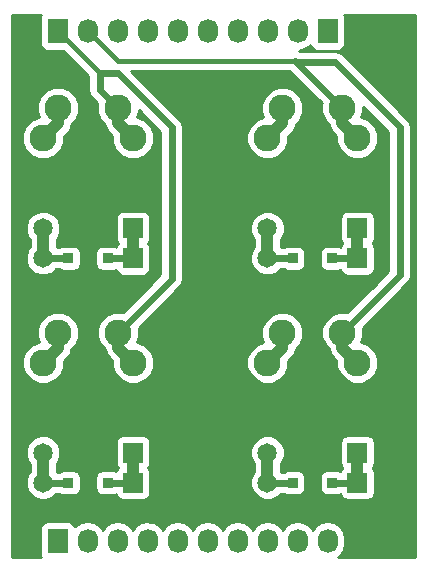
<source format=gtl>
G04 #@! TF.FileFunction,Copper,L1,Top,Signal*
%FSLAX46Y46*%
G04 Gerber Fmt 4.6, Leading zero omitted, Abs format (unit mm)*
G04 Created by KiCad (PCBNEW (after 2015-jan-16 BZR unknown)-brewed_product) date Sunday, March 08, 2015 'PMt' 01:09:04 PM*
%MOMM*%
G01*
G04 APERTURE LIST*
%ADD10C,0.100000*%
%ADD11C,0.609600*%
%ADD12R,1.727200X2.032000*%
%ADD13O,1.727200X2.032000*%
%ADD14C,2.286000*%
%ADD15C,1.701800*%
%ADD16C,1.651000*%
%ADD17R,1.651000X1.651000*%
%ADD18R,0.838200X0.838200*%
%ADD19C,0.406400*%
%ADD20C,1.016000*%
%ADD21C,0.254000*%
G04 APERTURE END LIST*
D10*
D11*
X184190000Y-138620000D02*
X186336300Y-138620000D01*
X189663700Y-138620000D02*
X191810000Y-138620000D01*
X184190000Y-157620000D02*
X186336300Y-157620000D01*
X189663700Y-157620000D02*
X191810000Y-157620000D01*
X203190000Y-138620000D02*
X205336300Y-138620000D01*
X208663700Y-138620000D02*
X210810000Y-138620000D01*
X203190000Y-157620000D02*
X205336300Y-157620000D01*
X208663700Y-157620000D02*
X210810000Y-157620000D01*
D12*
X185420000Y-162560000D03*
D13*
X187960000Y-162560000D03*
X190500000Y-162560000D03*
X193040000Y-162560000D03*
X195580000Y-162560000D03*
X198120000Y-162560000D03*
X200660000Y-162560000D03*
X203200000Y-162560000D03*
X205740000Y-162560000D03*
X208280000Y-162560000D03*
D14*
X190540000Y-125920000D03*
X184190000Y-128460000D03*
D15*
X182920000Y-131000000D03*
X193080000Y-131000000D03*
D14*
X191810000Y-128460000D03*
X185460000Y-125920000D03*
D16*
X184190000Y-136080000D03*
D17*
X191810000Y-136080000D03*
D16*
X184190000Y-138620000D03*
D17*
X191810000Y-138620000D03*
D18*
X186336300Y-138620000D03*
X189663700Y-138620000D03*
D14*
X190540000Y-144920000D03*
X184190000Y-147460000D03*
D15*
X182920000Y-150000000D03*
X193080000Y-150000000D03*
D14*
X191810000Y-147460000D03*
X185460000Y-144920000D03*
D16*
X184190000Y-155080000D03*
D17*
X191810000Y-155080000D03*
D16*
X184190000Y-157620000D03*
D17*
X191810000Y-157620000D03*
D18*
X186336300Y-157620000D03*
X189663700Y-157620000D03*
D14*
X209540000Y-125920000D03*
X203190000Y-128460000D03*
D15*
X201920000Y-131000000D03*
X212080000Y-131000000D03*
D14*
X210810000Y-128460000D03*
X204460000Y-125920000D03*
D16*
X203190000Y-136080000D03*
D17*
X210810000Y-136080000D03*
D16*
X203190000Y-138620000D03*
D17*
X210810000Y-138620000D03*
D18*
X205336300Y-138620000D03*
X208663700Y-138620000D03*
D14*
X209540000Y-144920000D03*
X203190000Y-147460000D03*
D15*
X201920000Y-150000000D03*
X212080000Y-150000000D03*
D14*
X210810000Y-147460000D03*
X204460000Y-144920000D03*
D16*
X203190000Y-155080000D03*
D17*
X210810000Y-155080000D03*
D16*
X203190000Y-157620000D03*
D17*
X210810000Y-157620000D03*
D18*
X205336300Y-157620000D03*
X208663700Y-157620000D03*
D12*
X185420000Y-119380000D03*
D13*
X187960000Y-119380000D03*
X190500000Y-119380000D03*
X193040000Y-119380000D03*
D12*
X208280000Y-119380000D03*
D13*
X205740000Y-119380000D03*
X203200000Y-119380000D03*
X200660000Y-119380000D03*
X198120000Y-119380000D03*
X195580000Y-119380000D03*
D11*
X188976000Y-122936000D02*
X190500000Y-122936000D01*
X195072000Y-140388000D02*
X190540000Y-144920000D01*
X195072000Y-127508000D02*
X195072000Y-140388000D01*
X190500000Y-122936000D02*
X195072000Y-127508000D01*
D19*
X185420000Y-119380000D02*
X188976000Y-122936000D01*
D11*
X188976000Y-124356000D02*
X190540000Y-125920000D01*
X188976000Y-122936000D02*
X188976000Y-124356000D01*
D20*
X190540000Y-144920000D02*
X190540000Y-146190000D01*
X190540000Y-146190000D02*
X191810000Y-147460000D01*
X190540000Y-125920000D02*
X190540000Y-127190000D01*
X190540000Y-127190000D02*
X191810000Y-128460000D01*
X210810000Y-136080000D02*
X210810000Y-138620000D01*
X191810000Y-136080000D02*
X191810000Y-138620000D01*
X210810000Y-155080000D02*
X210810000Y-157620000D01*
X191810000Y-155080000D02*
X191810000Y-157620000D01*
D11*
X205640000Y-122020000D02*
X208888000Y-122020000D01*
X214376000Y-140084000D02*
X209540000Y-144920000D01*
X214376000Y-127508000D02*
X214376000Y-140084000D01*
X208888000Y-122020000D02*
X214376000Y-127508000D01*
D19*
X187960000Y-119380000D02*
X190500000Y-121920000D01*
D11*
X205540000Y-121920000D02*
X205640000Y-122020000D01*
X205640000Y-122020000D02*
X209540000Y-125920000D01*
D19*
X190500000Y-121920000D02*
X205540000Y-121920000D01*
D20*
X209540000Y-144920000D02*
X209540000Y-146190000D01*
X209540000Y-146190000D02*
X210810000Y-147460000D01*
X209540000Y-125920000D02*
X209540000Y-127190000D01*
X209540000Y-127190000D02*
X210810000Y-128460000D01*
X184190000Y-136080000D02*
X184190000Y-138620000D01*
X185460000Y-125920000D02*
X185460000Y-127190000D01*
X185460000Y-127190000D02*
X184190000Y-128460000D01*
X184190000Y-155080000D02*
X184190000Y-157620000D01*
X185460000Y-144920000D02*
X185460000Y-146190000D01*
X185460000Y-146190000D02*
X184190000Y-147460000D01*
X203190000Y-136080000D02*
X203190000Y-138620000D01*
X204460000Y-125920000D02*
X204460000Y-127190000D01*
X204460000Y-127190000D02*
X203190000Y-128460000D01*
X203190000Y-155080000D02*
X203190000Y-157620000D01*
X204460000Y-144920000D02*
X204460000Y-146190000D01*
X204460000Y-146190000D02*
X203190000Y-147460000D01*
D21*
G36*
X215723000Y-163907000D02*
X215392000Y-163907000D01*
X212282940Y-163907000D01*
X212282940Y-158445500D01*
X212282940Y-156794500D01*
X212235963Y-156552377D01*
X212102194Y-156348739D01*
X212232877Y-156155140D01*
X212282940Y-155905500D01*
X212282940Y-154254500D01*
X212235963Y-154012377D01*
X212096173Y-153799573D01*
X211885140Y-153657123D01*
X211635500Y-153607060D01*
X209984500Y-153607060D01*
X209742377Y-153654037D01*
X209529573Y-153793827D01*
X209387123Y-154004860D01*
X209337060Y-154254500D01*
X209337060Y-155905500D01*
X209384037Y-156147623D01*
X209517805Y-156351260D01*
X209387123Y-156544860D01*
X209370241Y-156629039D01*
X209332440Y-156603523D01*
X209082800Y-156553460D01*
X208244600Y-156553460D01*
X208002477Y-156600437D01*
X207789673Y-156740227D01*
X207647223Y-156951260D01*
X207597160Y-157200900D01*
X207597160Y-158039100D01*
X207644137Y-158281223D01*
X207783927Y-158494027D01*
X207994960Y-158636477D01*
X208244600Y-158686540D01*
X209082800Y-158686540D01*
X209324923Y-158639563D01*
X209369083Y-158610553D01*
X209384037Y-158687623D01*
X209523827Y-158900427D01*
X209734860Y-159042877D01*
X209984500Y-159092940D01*
X211635500Y-159092940D01*
X211877623Y-159045963D01*
X212090427Y-158906173D01*
X212232877Y-158695140D01*
X212282940Y-158445500D01*
X212282940Y-163907000D01*
X209186140Y-163907000D01*
X209339670Y-163804415D01*
X209664526Y-163318234D01*
X209778600Y-162744745D01*
X209778600Y-162375255D01*
X209664526Y-161801766D01*
X209339670Y-161315585D01*
X208853489Y-160990729D01*
X208280000Y-160876655D01*
X207706511Y-160990729D01*
X207220330Y-161315585D01*
X207010000Y-161630365D01*
X206799670Y-161315585D01*
X206402840Y-161050431D01*
X206402840Y-158039100D01*
X206402840Y-157200900D01*
X206402840Y-139039100D01*
X206402840Y-138200900D01*
X206355863Y-137958777D01*
X206238308Y-137779821D01*
X206238308Y-125567886D01*
X205968194Y-124914160D01*
X205468471Y-124413564D01*
X204815218Y-124142309D01*
X204107886Y-124141692D01*
X203454160Y-124411806D01*
X202953564Y-124911529D01*
X202682309Y-125564782D01*
X202681692Y-126272114D01*
X202850930Y-126681703D01*
X202837886Y-126681692D01*
X202184160Y-126951806D01*
X201683564Y-127451529D01*
X201412309Y-128104782D01*
X201411692Y-128812114D01*
X201681806Y-129465840D01*
X202181529Y-129966436D01*
X202834782Y-130237691D01*
X203542114Y-130238308D01*
X204195840Y-129968194D01*
X204696436Y-129468471D01*
X204967691Y-128815218D01*
X204968141Y-128298304D01*
X205268223Y-127998223D01*
X205515994Y-127627407D01*
X205577864Y-127316365D01*
X205966436Y-126928471D01*
X206237691Y-126275218D01*
X206238308Y-125567886D01*
X206238308Y-137779821D01*
X206216073Y-137745973D01*
X206005040Y-137603523D01*
X205755400Y-137553460D01*
X204917200Y-137553460D01*
X204675077Y-137600437D01*
X204553652Y-137680200D01*
X204333000Y-137680200D01*
X204333000Y-137002652D01*
X204427430Y-136908387D01*
X204650246Y-136371786D01*
X204650753Y-135790763D01*
X204428874Y-135253774D01*
X204018387Y-134842570D01*
X203481786Y-134619754D01*
X202900763Y-134619247D01*
X202363774Y-134841126D01*
X201952570Y-135251613D01*
X201729754Y-135788214D01*
X201729247Y-136369237D01*
X201951126Y-136906226D01*
X202047000Y-137002267D01*
X202047000Y-137697347D01*
X201952570Y-137791613D01*
X201729754Y-138328214D01*
X201729247Y-138909237D01*
X201951126Y-139446226D01*
X202361613Y-139857430D01*
X202898214Y-140080246D01*
X203479237Y-140080753D01*
X204016226Y-139858874D01*
X204315822Y-139559800D01*
X204553966Y-139559800D01*
X204667560Y-139636477D01*
X204917200Y-139686540D01*
X205755400Y-139686540D01*
X205997523Y-139639563D01*
X206210327Y-139499773D01*
X206352777Y-139288740D01*
X206402840Y-139039100D01*
X206402840Y-157200900D01*
X206355863Y-156958777D01*
X206238308Y-156779821D01*
X206238308Y-144567886D01*
X205968194Y-143914160D01*
X205468471Y-143413564D01*
X204815218Y-143142309D01*
X204107886Y-143141692D01*
X203454160Y-143411806D01*
X202953564Y-143911529D01*
X202682309Y-144564782D01*
X202681692Y-145272114D01*
X202850930Y-145681703D01*
X202837886Y-145681692D01*
X202184160Y-145951806D01*
X201683564Y-146451529D01*
X201412309Y-147104782D01*
X201411692Y-147812114D01*
X201681806Y-148465840D01*
X202181529Y-148966436D01*
X202834782Y-149237691D01*
X203542114Y-149238308D01*
X204195840Y-148968194D01*
X204696436Y-148468471D01*
X204967691Y-147815218D01*
X204968141Y-147298304D01*
X205268223Y-146998223D01*
X205515994Y-146627407D01*
X205577864Y-146316365D01*
X205966436Y-145928471D01*
X206237691Y-145275218D01*
X206238308Y-144567886D01*
X206238308Y-156779821D01*
X206216073Y-156745973D01*
X206005040Y-156603523D01*
X205755400Y-156553460D01*
X204917200Y-156553460D01*
X204675077Y-156600437D01*
X204553652Y-156680200D01*
X204333000Y-156680200D01*
X204333000Y-156002652D01*
X204427430Y-155908387D01*
X204650246Y-155371786D01*
X204650753Y-154790763D01*
X204428874Y-154253774D01*
X204018387Y-153842570D01*
X203481786Y-153619754D01*
X202900763Y-153619247D01*
X202363774Y-153841126D01*
X201952570Y-154251613D01*
X201729754Y-154788214D01*
X201729247Y-155369237D01*
X201951126Y-155906226D01*
X202047000Y-156002267D01*
X202047000Y-156697347D01*
X201952570Y-156791613D01*
X201729754Y-157328214D01*
X201729247Y-157909237D01*
X201951126Y-158446226D01*
X202361613Y-158857430D01*
X202898214Y-159080246D01*
X203479237Y-159080753D01*
X204016226Y-158858874D01*
X204315822Y-158559800D01*
X204553966Y-158559800D01*
X204667560Y-158636477D01*
X204917200Y-158686540D01*
X205755400Y-158686540D01*
X205997523Y-158639563D01*
X206210327Y-158499773D01*
X206352777Y-158288740D01*
X206402840Y-158039100D01*
X206402840Y-161050431D01*
X206313489Y-160990729D01*
X205740000Y-160876655D01*
X205166511Y-160990729D01*
X204680330Y-161315585D01*
X204470000Y-161630365D01*
X204259670Y-161315585D01*
X203773489Y-160990729D01*
X203200000Y-160876655D01*
X202626511Y-160990729D01*
X202140330Y-161315585D01*
X201930000Y-161630365D01*
X201719670Y-161315585D01*
X201233489Y-160990729D01*
X200660000Y-160876655D01*
X200086511Y-160990729D01*
X199600330Y-161315585D01*
X199390000Y-161630365D01*
X199179670Y-161315585D01*
X198693489Y-160990729D01*
X198120000Y-160876655D01*
X197546511Y-160990729D01*
X197060330Y-161315585D01*
X196850000Y-161630365D01*
X196639670Y-161315585D01*
X196153489Y-160990729D01*
X195580000Y-160876655D01*
X195006511Y-160990729D01*
X194520330Y-161315585D01*
X194310000Y-161630365D01*
X194099670Y-161315585D01*
X193613489Y-160990729D01*
X193282940Y-160924978D01*
X193282940Y-158445500D01*
X193282940Y-156794500D01*
X193235963Y-156552377D01*
X193102194Y-156348739D01*
X193232877Y-156155140D01*
X193282940Y-155905500D01*
X193282940Y-154254500D01*
X193235963Y-154012377D01*
X193096173Y-153799573D01*
X192885140Y-153657123D01*
X192635500Y-153607060D01*
X190984500Y-153607060D01*
X190742377Y-153654037D01*
X190529573Y-153793827D01*
X190387123Y-154004860D01*
X190337060Y-154254500D01*
X190337060Y-155905500D01*
X190384037Y-156147623D01*
X190517805Y-156351260D01*
X190387123Y-156544860D01*
X190370241Y-156629039D01*
X190332440Y-156603523D01*
X190082800Y-156553460D01*
X189244600Y-156553460D01*
X189002477Y-156600437D01*
X188789673Y-156740227D01*
X188647223Y-156951260D01*
X188597160Y-157200900D01*
X188597160Y-158039100D01*
X188644137Y-158281223D01*
X188783927Y-158494027D01*
X188994960Y-158636477D01*
X189244600Y-158686540D01*
X190082800Y-158686540D01*
X190324923Y-158639563D01*
X190369083Y-158610553D01*
X190384037Y-158687623D01*
X190523827Y-158900427D01*
X190734860Y-159042877D01*
X190984500Y-159092940D01*
X192635500Y-159092940D01*
X192877623Y-159045963D01*
X193090427Y-158906173D01*
X193232877Y-158695140D01*
X193282940Y-158445500D01*
X193282940Y-160924978D01*
X193040000Y-160876655D01*
X192466511Y-160990729D01*
X191980330Y-161315585D01*
X191770000Y-161630365D01*
X191559670Y-161315585D01*
X191073489Y-160990729D01*
X190500000Y-160876655D01*
X189926511Y-160990729D01*
X189440330Y-161315585D01*
X189230000Y-161630365D01*
X189019670Y-161315585D01*
X188533489Y-160990729D01*
X187960000Y-160876655D01*
X187402840Y-160987480D01*
X187402840Y-158039100D01*
X187402840Y-157200900D01*
X187402840Y-139039100D01*
X187402840Y-138200900D01*
X187355863Y-137958777D01*
X187238308Y-137779821D01*
X187238308Y-125567886D01*
X186968194Y-124914160D01*
X186468471Y-124413564D01*
X185815218Y-124142309D01*
X185107886Y-124141692D01*
X184454160Y-124411806D01*
X183953564Y-124911529D01*
X183682309Y-125564782D01*
X183681692Y-126272114D01*
X183850930Y-126681703D01*
X183837886Y-126681692D01*
X183184160Y-126951806D01*
X182683564Y-127451529D01*
X182412309Y-128104782D01*
X182411692Y-128812114D01*
X182681806Y-129465840D01*
X183181529Y-129966436D01*
X183834782Y-130237691D01*
X184542114Y-130238308D01*
X185195840Y-129968194D01*
X185696436Y-129468471D01*
X185967691Y-128815218D01*
X185968141Y-128298304D01*
X186268223Y-127998223D01*
X186515994Y-127627407D01*
X186577864Y-127316365D01*
X186966436Y-126928471D01*
X187237691Y-126275218D01*
X187238308Y-125567886D01*
X187238308Y-137779821D01*
X187216073Y-137745973D01*
X187005040Y-137603523D01*
X186755400Y-137553460D01*
X185917200Y-137553460D01*
X185675077Y-137600437D01*
X185553652Y-137680200D01*
X185333000Y-137680200D01*
X185333000Y-137002652D01*
X185427430Y-136908387D01*
X185650246Y-136371786D01*
X185650753Y-135790763D01*
X185428874Y-135253774D01*
X185018387Y-134842570D01*
X184481786Y-134619754D01*
X183900763Y-134619247D01*
X183363774Y-134841126D01*
X182952570Y-135251613D01*
X182729754Y-135788214D01*
X182729247Y-136369237D01*
X182951126Y-136906226D01*
X183047000Y-137002267D01*
X183047000Y-137697347D01*
X182952570Y-137791613D01*
X182729754Y-138328214D01*
X182729247Y-138909237D01*
X182951126Y-139446226D01*
X183361613Y-139857430D01*
X183898214Y-140080246D01*
X184479237Y-140080753D01*
X185016226Y-139858874D01*
X185315822Y-139559800D01*
X185553966Y-139559800D01*
X185667560Y-139636477D01*
X185917200Y-139686540D01*
X186755400Y-139686540D01*
X186997523Y-139639563D01*
X187210327Y-139499773D01*
X187352777Y-139288740D01*
X187402840Y-139039100D01*
X187402840Y-157200900D01*
X187355863Y-156958777D01*
X187238308Y-156779821D01*
X187238308Y-144567886D01*
X186968194Y-143914160D01*
X186468471Y-143413564D01*
X185815218Y-143142309D01*
X185107886Y-143141692D01*
X184454160Y-143411806D01*
X183953564Y-143911529D01*
X183682309Y-144564782D01*
X183681692Y-145272114D01*
X183850930Y-145681703D01*
X183837886Y-145681692D01*
X183184160Y-145951806D01*
X182683564Y-146451529D01*
X182412309Y-147104782D01*
X182411692Y-147812114D01*
X182681806Y-148465840D01*
X183181529Y-148966436D01*
X183834782Y-149237691D01*
X184542114Y-149238308D01*
X185195840Y-148968194D01*
X185696436Y-148468471D01*
X185967691Y-147815218D01*
X185968141Y-147298304D01*
X186268223Y-146998223D01*
X186515994Y-146627407D01*
X186577864Y-146316365D01*
X186966436Y-145928471D01*
X187237691Y-145275218D01*
X187238308Y-144567886D01*
X187238308Y-156779821D01*
X187216073Y-156745973D01*
X187005040Y-156603523D01*
X186755400Y-156553460D01*
X185917200Y-156553460D01*
X185675077Y-156600437D01*
X185553652Y-156680200D01*
X185333000Y-156680200D01*
X185333000Y-156002652D01*
X185427430Y-155908387D01*
X185650246Y-155371786D01*
X185650753Y-154790763D01*
X185428874Y-154253774D01*
X185018387Y-153842570D01*
X184481786Y-153619754D01*
X183900763Y-153619247D01*
X183363774Y-153841126D01*
X182952570Y-154251613D01*
X182729754Y-154788214D01*
X182729247Y-155369237D01*
X182951126Y-155906226D01*
X183047000Y-156002267D01*
X183047000Y-156697347D01*
X182952570Y-156791613D01*
X182729754Y-157328214D01*
X182729247Y-157909237D01*
X182951126Y-158446226D01*
X183361613Y-158857430D01*
X183898214Y-159080246D01*
X184479237Y-159080753D01*
X185016226Y-158858874D01*
X185315822Y-158559800D01*
X185553966Y-158559800D01*
X185667560Y-158636477D01*
X185917200Y-158686540D01*
X186755400Y-158686540D01*
X186997523Y-158639563D01*
X187210327Y-158499773D01*
X187352777Y-158288740D01*
X187402840Y-158039100D01*
X187402840Y-160987480D01*
X187386511Y-160990729D01*
X186900330Y-161315585D01*
X186889784Y-161331367D01*
X186884063Y-161301877D01*
X186744273Y-161089073D01*
X186533240Y-160946623D01*
X186283600Y-160896560D01*
X184556400Y-160896560D01*
X184314277Y-160943537D01*
X184101473Y-161083327D01*
X183959023Y-161294360D01*
X183908960Y-161544000D01*
X183908960Y-163576000D01*
X183955937Y-163818123D01*
X184014319Y-163907000D01*
X181533000Y-163907000D01*
X181533000Y-118033000D01*
X184013942Y-118033000D01*
X183959023Y-118114360D01*
X183908960Y-118364000D01*
X183908960Y-120396000D01*
X183955937Y-120638123D01*
X184095727Y-120850927D01*
X184306760Y-120993377D01*
X184556400Y-121043440D01*
X185898046Y-121043440D01*
X188036200Y-123181594D01*
X188036200Y-124356000D01*
X188107738Y-124715646D01*
X188311461Y-125020539D01*
X188789711Y-125498789D01*
X188762309Y-125564782D01*
X188761692Y-126272114D01*
X189031806Y-126925840D01*
X189422256Y-127316972D01*
X189484006Y-127627407D01*
X189731777Y-127998223D01*
X190032139Y-128298585D01*
X190031692Y-128812114D01*
X190301806Y-129465840D01*
X190801529Y-129966436D01*
X191454782Y-130237691D01*
X192162114Y-130238308D01*
X192815840Y-129968194D01*
X193316436Y-129468471D01*
X193587691Y-128815218D01*
X193588308Y-128107886D01*
X193318194Y-127454160D01*
X192818471Y-126953564D01*
X192165218Y-126682309D01*
X192148657Y-126682294D01*
X192317691Y-126275218D01*
X192317858Y-126082936D01*
X194132200Y-127897278D01*
X194132200Y-139998722D01*
X193282940Y-140847981D01*
X193282940Y-139445500D01*
X193282940Y-137794500D01*
X193235963Y-137552377D01*
X193102194Y-137348739D01*
X193232877Y-137155140D01*
X193282940Y-136905500D01*
X193282940Y-135254500D01*
X193235963Y-135012377D01*
X193096173Y-134799573D01*
X192885140Y-134657123D01*
X192635500Y-134607060D01*
X190984500Y-134607060D01*
X190742377Y-134654037D01*
X190529573Y-134793827D01*
X190387123Y-135004860D01*
X190337060Y-135254500D01*
X190337060Y-136905500D01*
X190384037Y-137147623D01*
X190517805Y-137351260D01*
X190387123Y-137544860D01*
X190370241Y-137629039D01*
X190332440Y-137603523D01*
X190082800Y-137553460D01*
X189244600Y-137553460D01*
X189002477Y-137600437D01*
X188789673Y-137740227D01*
X188647223Y-137951260D01*
X188597160Y-138200900D01*
X188597160Y-139039100D01*
X188644137Y-139281223D01*
X188783927Y-139494027D01*
X188994960Y-139636477D01*
X189244600Y-139686540D01*
X190082800Y-139686540D01*
X190324923Y-139639563D01*
X190369083Y-139610553D01*
X190384037Y-139687623D01*
X190523827Y-139900427D01*
X190734860Y-140042877D01*
X190984500Y-140092940D01*
X192635500Y-140092940D01*
X192877623Y-140045963D01*
X193090427Y-139906173D01*
X193232877Y-139695140D01*
X193282940Y-139445500D01*
X193282940Y-140847981D01*
X190961210Y-143169711D01*
X190895218Y-143142309D01*
X190187886Y-143141692D01*
X189534160Y-143411806D01*
X189033564Y-143911529D01*
X188762309Y-144564782D01*
X188761692Y-145272114D01*
X189031806Y-145925840D01*
X189422256Y-146316972D01*
X189484006Y-146627407D01*
X189731777Y-146998223D01*
X190032139Y-147298585D01*
X190031692Y-147812114D01*
X190301806Y-148465840D01*
X190801529Y-148966436D01*
X191454782Y-149237691D01*
X192162114Y-149238308D01*
X192815840Y-148968194D01*
X193316436Y-148468471D01*
X193587691Y-147815218D01*
X193588308Y-147107886D01*
X193318194Y-146454160D01*
X192818471Y-145953564D01*
X192165218Y-145682309D01*
X192148657Y-145682294D01*
X192317691Y-145275218D01*
X192318308Y-144567886D01*
X192289913Y-144499164D01*
X195736539Y-141052539D01*
X195940262Y-140747646D01*
X196011800Y-140388000D01*
X196011800Y-127508000D01*
X195940262Y-127148354D01*
X195736539Y-126843461D01*
X191651278Y-122758200D01*
X205049122Y-122758200D01*
X207789711Y-125498789D01*
X207762309Y-125564782D01*
X207761692Y-126272114D01*
X208031806Y-126925840D01*
X208422256Y-127316972D01*
X208484006Y-127627407D01*
X208731777Y-127998223D01*
X209032139Y-128298585D01*
X209031692Y-128812114D01*
X209301806Y-129465840D01*
X209801529Y-129966436D01*
X210454782Y-130237691D01*
X211162114Y-130238308D01*
X211815840Y-129968194D01*
X212316436Y-129468471D01*
X212587691Y-128815218D01*
X212588308Y-128107886D01*
X212318194Y-127454160D01*
X211818471Y-126953564D01*
X211165218Y-126682309D01*
X211148657Y-126682294D01*
X211317691Y-126275218D01*
X211318123Y-125779201D01*
X213436200Y-127897278D01*
X213436200Y-139694722D01*
X212282940Y-140847981D01*
X212282940Y-139445500D01*
X212282940Y-137794500D01*
X212235963Y-137552377D01*
X212102194Y-137348739D01*
X212232877Y-137155140D01*
X212282940Y-136905500D01*
X212282940Y-135254500D01*
X212235963Y-135012377D01*
X212096173Y-134799573D01*
X211885140Y-134657123D01*
X211635500Y-134607060D01*
X209984500Y-134607060D01*
X209742377Y-134654037D01*
X209529573Y-134793827D01*
X209387123Y-135004860D01*
X209337060Y-135254500D01*
X209337060Y-136905500D01*
X209384037Y-137147623D01*
X209517805Y-137351260D01*
X209387123Y-137544860D01*
X209370241Y-137629039D01*
X209332440Y-137603523D01*
X209082800Y-137553460D01*
X208244600Y-137553460D01*
X208002477Y-137600437D01*
X207789673Y-137740227D01*
X207647223Y-137951260D01*
X207597160Y-138200900D01*
X207597160Y-139039100D01*
X207644137Y-139281223D01*
X207783927Y-139494027D01*
X207994960Y-139636477D01*
X208244600Y-139686540D01*
X209082800Y-139686540D01*
X209324923Y-139639563D01*
X209369083Y-139610553D01*
X209384037Y-139687623D01*
X209523827Y-139900427D01*
X209734860Y-140042877D01*
X209984500Y-140092940D01*
X211635500Y-140092940D01*
X211877623Y-140045963D01*
X212090427Y-139906173D01*
X212232877Y-139695140D01*
X212282940Y-139445500D01*
X212282940Y-140847981D01*
X209961210Y-143169711D01*
X209895218Y-143142309D01*
X209187886Y-143141692D01*
X208534160Y-143411806D01*
X208033564Y-143911529D01*
X207762309Y-144564782D01*
X207761692Y-145272114D01*
X208031806Y-145925840D01*
X208422256Y-146316972D01*
X208484006Y-146627407D01*
X208731777Y-146998223D01*
X209032139Y-147298585D01*
X209031692Y-147812114D01*
X209301806Y-148465840D01*
X209801529Y-148966436D01*
X210454782Y-149237691D01*
X211162114Y-149238308D01*
X211815840Y-148968194D01*
X212316436Y-148468471D01*
X212587691Y-147815218D01*
X212588308Y-147107886D01*
X212318194Y-146454160D01*
X211818471Y-145953564D01*
X211165218Y-145682309D01*
X211148657Y-145682294D01*
X211317691Y-145275218D01*
X211318308Y-144567886D01*
X211289913Y-144499164D01*
X215040539Y-140748539D01*
X215244262Y-140443646D01*
X215315800Y-140084000D01*
X215315800Y-127508000D01*
X215244262Y-127148354D01*
X215040539Y-126843461D01*
X209552539Y-121355461D01*
X209247646Y-121151738D01*
X208888000Y-121080200D01*
X205942242Y-121080200D01*
X205899646Y-121051738D01*
X205848999Y-121041663D01*
X206313489Y-120949271D01*
X206799670Y-120624415D01*
X206810215Y-120608632D01*
X206815937Y-120638123D01*
X206955727Y-120850927D01*
X207166760Y-120993377D01*
X207416400Y-121043440D01*
X209143600Y-121043440D01*
X209385723Y-120996463D01*
X209598527Y-120856673D01*
X209740977Y-120645640D01*
X209791040Y-120396000D01*
X209791040Y-118364000D01*
X209744063Y-118121877D01*
X209685680Y-118033000D01*
X215392000Y-118033000D01*
X215723000Y-118033000D01*
X215723000Y-163907000D01*
X215723000Y-163907000D01*
G37*
X215723000Y-163907000D02*
X215392000Y-163907000D01*
X212282940Y-163907000D01*
X212282940Y-158445500D01*
X212282940Y-156794500D01*
X212235963Y-156552377D01*
X212102194Y-156348739D01*
X212232877Y-156155140D01*
X212282940Y-155905500D01*
X212282940Y-154254500D01*
X212235963Y-154012377D01*
X212096173Y-153799573D01*
X211885140Y-153657123D01*
X211635500Y-153607060D01*
X209984500Y-153607060D01*
X209742377Y-153654037D01*
X209529573Y-153793827D01*
X209387123Y-154004860D01*
X209337060Y-154254500D01*
X209337060Y-155905500D01*
X209384037Y-156147623D01*
X209517805Y-156351260D01*
X209387123Y-156544860D01*
X209370241Y-156629039D01*
X209332440Y-156603523D01*
X209082800Y-156553460D01*
X208244600Y-156553460D01*
X208002477Y-156600437D01*
X207789673Y-156740227D01*
X207647223Y-156951260D01*
X207597160Y-157200900D01*
X207597160Y-158039100D01*
X207644137Y-158281223D01*
X207783927Y-158494027D01*
X207994960Y-158636477D01*
X208244600Y-158686540D01*
X209082800Y-158686540D01*
X209324923Y-158639563D01*
X209369083Y-158610553D01*
X209384037Y-158687623D01*
X209523827Y-158900427D01*
X209734860Y-159042877D01*
X209984500Y-159092940D01*
X211635500Y-159092940D01*
X211877623Y-159045963D01*
X212090427Y-158906173D01*
X212232877Y-158695140D01*
X212282940Y-158445500D01*
X212282940Y-163907000D01*
X209186140Y-163907000D01*
X209339670Y-163804415D01*
X209664526Y-163318234D01*
X209778600Y-162744745D01*
X209778600Y-162375255D01*
X209664526Y-161801766D01*
X209339670Y-161315585D01*
X208853489Y-160990729D01*
X208280000Y-160876655D01*
X207706511Y-160990729D01*
X207220330Y-161315585D01*
X207010000Y-161630365D01*
X206799670Y-161315585D01*
X206402840Y-161050431D01*
X206402840Y-158039100D01*
X206402840Y-157200900D01*
X206402840Y-139039100D01*
X206402840Y-138200900D01*
X206355863Y-137958777D01*
X206238308Y-137779821D01*
X206238308Y-125567886D01*
X205968194Y-124914160D01*
X205468471Y-124413564D01*
X204815218Y-124142309D01*
X204107886Y-124141692D01*
X203454160Y-124411806D01*
X202953564Y-124911529D01*
X202682309Y-125564782D01*
X202681692Y-126272114D01*
X202850930Y-126681703D01*
X202837886Y-126681692D01*
X202184160Y-126951806D01*
X201683564Y-127451529D01*
X201412309Y-128104782D01*
X201411692Y-128812114D01*
X201681806Y-129465840D01*
X202181529Y-129966436D01*
X202834782Y-130237691D01*
X203542114Y-130238308D01*
X204195840Y-129968194D01*
X204696436Y-129468471D01*
X204967691Y-128815218D01*
X204968141Y-128298304D01*
X205268223Y-127998223D01*
X205515994Y-127627407D01*
X205577864Y-127316365D01*
X205966436Y-126928471D01*
X206237691Y-126275218D01*
X206238308Y-125567886D01*
X206238308Y-137779821D01*
X206216073Y-137745973D01*
X206005040Y-137603523D01*
X205755400Y-137553460D01*
X204917200Y-137553460D01*
X204675077Y-137600437D01*
X204553652Y-137680200D01*
X204333000Y-137680200D01*
X204333000Y-137002652D01*
X204427430Y-136908387D01*
X204650246Y-136371786D01*
X204650753Y-135790763D01*
X204428874Y-135253774D01*
X204018387Y-134842570D01*
X203481786Y-134619754D01*
X202900763Y-134619247D01*
X202363774Y-134841126D01*
X201952570Y-135251613D01*
X201729754Y-135788214D01*
X201729247Y-136369237D01*
X201951126Y-136906226D01*
X202047000Y-137002267D01*
X202047000Y-137697347D01*
X201952570Y-137791613D01*
X201729754Y-138328214D01*
X201729247Y-138909237D01*
X201951126Y-139446226D01*
X202361613Y-139857430D01*
X202898214Y-140080246D01*
X203479237Y-140080753D01*
X204016226Y-139858874D01*
X204315822Y-139559800D01*
X204553966Y-139559800D01*
X204667560Y-139636477D01*
X204917200Y-139686540D01*
X205755400Y-139686540D01*
X205997523Y-139639563D01*
X206210327Y-139499773D01*
X206352777Y-139288740D01*
X206402840Y-139039100D01*
X206402840Y-157200900D01*
X206355863Y-156958777D01*
X206238308Y-156779821D01*
X206238308Y-144567886D01*
X205968194Y-143914160D01*
X205468471Y-143413564D01*
X204815218Y-143142309D01*
X204107886Y-143141692D01*
X203454160Y-143411806D01*
X202953564Y-143911529D01*
X202682309Y-144564782D01*
X202681692Y-145272114D01*
X202850930Y-145681703D01*
X202837886Y-145681692D01*
X202184160Y-145951806D01*
X201683564Y-146451529D01*
X201412309Y-147104782D01*
X201411692Y-147812114D01*
X201681806Y-148465840D01*
X202181529Y-148966436D01*
X202834782Y-149237691D01*
X203542114Y-149238308D01*
X204195840Y-148968194D01*
X204696436Y-148468471D01*
X204967691Y-147815218D01*
X204968141Y-147298304D01*
X205268223Y-146998223D01*
X205515994Y-146627407D01*
X205577864Y-146316365D01*
X205966436Y-145928471D01*
X206237691Y-145275218D01*
X206238308Y-144567886D01*
X206238308Y-156779821D01*
X206216073Y-156745973D01*
X206005040Y-156603523D01*
X205755400Y-156553460D01*
X204917200Y-156553460D01*
X204675077Y-156600437D01*
X204553652Y-156680200D01*
X204333000Y-156680200D01*
X204333000Y-156002652D01*
X204427430Y-155908387D01*
X204650246Y-155371786D01*
X204650753Y-154790763D01*
X204428874Y-154253774D01*
X204018387Y-153842570D01*
X203481786Y-153619754D01*
X202900763Y-153619247D01*
X202363774Y-153841126D01*
X201952570Y-154251613D01*
X201729754Y-154788214D01*
X201729247Y-155369237D01*
X201951126Y-155906226D01*
X202047000Y-156002267D01*
X202047000Y-156697347D01*
X201952570Y-156791613D01*
X201729754Y-157328214D01*
X201729247Y-157909237D01*
X201951126Y-158446226D01*
X202361613Y-158857430D01*
X202898214Y-159080246D01*
X203479237Y-159080753D01*
X204016226Y-158858874D01*
X204315822Y-158559800D01*
X204553966Y-158559800D01*
X204667560Y-158636477D01*
X204917200Y-158686540D01*
X205755400Y-158686540D01*
X205997523Y-158639563D01*
X206210327Y-158499773D01*
X206352777Y-158288740D01*
X206402840Y-158039100D01*
X206402840Y-161050431D01*
X206313489Y-160990729D01*
X205740000Y-160876655D01*
X205166511Y-160990729D01*
X204680330Y-161315585D01*
X204470000Y-161630365D01*
X204259670Y-161315585D01*
X203773489Y-160990729D01*
X203200000Y-160876655D01*
X202626511Y-160990729D01*
X202140330Y-161315585D01*
X201930000Y-161630365D01*
X201719670Y-161315585D01*
X201233489Y-160990729D01*
X200660000Y-160876655D01*
X200086511Y-160990729D01*
X199600330Y-161315585D01*
X199390000Y-161630365D01*
X199179670Y-161315585D01*
X198693489Y-160990729D01*
X198120000Y-160876655D01*
X197546511Y-160990729D01*
X197060330Y-161315585D01*
X196850000Y-161630365D01*
X196639670Y-161315585D01*
X196153489Y-160990729D01*
X195580000Y-160876655D01*
X195006511Y-160990729D01*
X194520330Y-161315585D01*
X194310000Y-161630365D01*
X194099670Y-161315585D01*
X193613489Y-160990729D01*
X193282940Y-160924978D01*
X193282940Y-158445500D01*
X193282940Y-156794500D01*
X193235963Y-156552377D01*
X193102194Y-156348739D01*
X193232877Y-156155140D01*
X193282940Y-155905500D01*
X193282940Y-154254500D01*
X193235963Y-154012377D01*
X193096173Y-153799573D01*
X192885140Y-153657123D01*
X192635500Y-153607060D01*
X190984500Y-153607060D01*
X190742377Y-153654037D01*
X190529573Y-153793827D01*
X190387123Y-154004860D01*
X190337060Y-154254500D01*
X190337060Y-155905500D01*
X190384037Y-156147623D01*
X190517805Y-156351260D01*
X190387123Y-156544860D01*
X190370241Y-156629039D01*
X190332440Y-156603523D01*
X190082800Y-156553460D01*
X189244600Y-156553460D01*
X189002477Y-156600437D01*
X188789673Y-156740227D01*
X188647223Y-156951260D01*
X188597160Y-157200900D01*
X188597160Y-158039100D01*
X188644137Y-158281223D01*
X188783927Y-158494027D01*
X188994960Y-158636477D01*
X189244600Y-158686540D01*
X190082800Y-158686540D01*
X190324923Y-158639563D01*
X190369083Y-158610553D01*
X190384037Y-158687623D01*
X190523827Y-158900427D01*
X190734860Y-159042877D01*
X190984500Y-159092940D01*
X192635500Y-159092940D01*
X192877623Y-159045963D01*
X193090427Y-158906173D01*
X193232877Y-158695140D01*
X193282940Y-158445500D01*
X193282940Y-160924978D01*
X193040000Y-160876655D01*
X192466511Y-160990729D01*
X191980330Y-161315585D01*
X191770000Y-161630365D01*
X191559670Y-161315585D01*
X191073489Y-160990729D01*
X190500000Y-160876655D01*
X189926511Y-160990729D01*
X189440330Y-161315585D01*
X189230000Y-161630365D01*
X189019670Y-161315585D01*
X188533489Y-160990729D01*
X187960000Y-160876655D01*
X187402840Y-160987480D01*
X187402840Y-158039100D01*
X187402840Y-157200900D01*
X187402840Y-139039100D01*
X187402840Y-138200900D01*
X187355863Y-137958777D01*
X187238308Y-137779821D01*
X187238308Y-125567886D01*
X186968194Y-124914160D01*
X186468471Y-124413564D01*
X185815218Y-124142309D01*
X185107886Y-124141692D01*
X184454160Y-124411806D01*
X183953564Y-124911529D01*
X183682309Y-125564782D01*
X183681692Y-126272114D01*
X183850930Y-126681703D01*
X183837886Y-126681692D01*
X183184160Y-126951806D01*
X182683564Y-127451529D01*
X182412309Y-128104782D01*
X182411692Y-128812114D01*
X182681806Y-129465840D01*
X183181529Y-129966436D01*
X183834782Y-130237691D01*
X184542114Y-130238308D01*
X185195840Y-129968194D01*
X185696436Y-129468471D01*
X185967691Y-128815218D01*
X185968141Y-128298304D01*
X186268223Y-127998223D01*
X186515994Y-127627407D01*
X186577864Y-127316365D01*
X186966436Y-126928471D01*
X187237691Y-126275218D01*
X187238308Y-125567886D01*
X187238308Y-137779821D01*
X187216073Y-137745973D01*
X187005040Y-137603523D01*
X186755400Y-137553460D01*
X185917200Y-137553460D01*
X185675077Y-137600437D01*
X185553652Y-137680200D01*
X185333000Y-137680200D01*
X185333000Y-137002652D01*
X185427430Y-136908387D01*
X185650246Y-136371786D01*
X185650753Y-135790763D01*
X185428874Y-135253774D01*
X185018387Y-134842570D01*
X184481786Y-134619754D01*
X183900763Y-134619247D01*
X183363774Y-134841126D01*
X182952570Y-135251613D01*
X182729754Y-135788214D01*
X182729247Y-136369237D01*
X182951126Y-136906226D01*
X183047000Y-137002267D01*
X183047000Y-137697347D01*
X182952570Y-137791613D01*
X182729754Y-138328214D01*
X182729247Y-138909237D01*
X182951126Y-139446226D01*
X183361613Y-139857430D01*
X183898214Y-140080246D01*
X184479237Y-140080753D01*
X185016226Y-139858874D01*
X185315822Y-139559800D01*
X185553966Y-139559800D01*
X185667560Y-139636477D01*
X185917200Y-139686540D01*
X186755400Y-139686540D01*
X186997523Y-139639563D01*
X187210327Y-139499773D01*
X187352777Y-139288740D01*
X187402840Y-139039100D01*
X187402840Y-157200900D01*
X187355863Y-156958777D01*
X187238308Y-156779821D01*
X187238308Y-144567886D01*
X186968194Y-143914160D01*
X186468471Y-143413564D01*
X185815218Y-143142309D01*
X185107886Y-143141692D01*
X184454160Y-143411806D01*
X183953564Y-143911529D01*
X183682309Y-144564782D01*
X183681692Y-145272114D01*
X183850930Y-145681703D01*
X183837886Y-145681692D01*
X183184160Y-145951806D01*
X182683564Y-146451529D01*
X182412309Y-147104782D01*
X182411692Y-147812114D01*
X182681806Y-148465840D01*
X183181529Y-148966436D01*
X183834782Y-149237691D01*
X184542114Y-149238308D01*
X185195840Y-148968194D01*
X185696436Y-148468471D01*
X185967691Y-147815218D01*
X185968141Y-147298304D01*
X186268223Y-146998223D01*
X186515994Y-146627407D01*
X186577864Y-146316365D01*
X186966436Y-145928471D01*
X187237691Y-145275218D01*
X187238308Y-144567886D01*
X187238308Y-156779821D01*
X187216073Y-156745973D01*
X187005040Y-156603523D01*
X186755400Y-156553460D01*
X185917200Y-156553460D01*
X185675077Y-156600437D01*
X185553652Y-156680200D01*
X185333000Y-156680200D01*
X185333000Y-156002652D01*
X185427430Y-155908387D01*
X185650246Y-155371786D01*
X185650753Y-154790763D01*
X185428874Y-154253774D01*
X185018387Y-153842570D01*
X184481786Y-153619754D01*
X183900763Y-153619247D01*
X183363774Y-153841126D01*
X182952570Y-154251613D01*
X182729754Y-154788214D01*
X182729247Y-155369237D01*
X182951126Y-155906226D01*
X183047000Y-156002267D01*
X183047000Y-156697347D01*
X182952570Y-156791613D01*
X182729754Y-157328214D01*
X182729247Y-157909237D01*
X182951126Y-158446226D01*
X183361613Y-158857430D01*
X183898214Y-159080246D01*
X184479237Y-159080753D01*
X185016226Y-158858874D01*
X185315822Y-158559800D01*
X185553966Y-158559800D01*
X185667560Y-158636477D01*
X185917200Y-158686540D01*
X186755400Y-158686540D01*
X186997523Y-158639563D01*
X187210327Y-158499773D01*
X187352777Y-158288740D01*
X187402840Y-158039100D01*
X187402840Y-160987480D01*
X187386511Y-160990729D01*
X186900330Y-161315585D01*
X186889784Y-161331367D01*
X186884063Y-161301877D01*
X186744273Y-161089073D01*
X186533240Y-160946623D01*
X186283600Y-160896560D01*
X184556400Y-160896560D01*
X184314277Y-160943537D01*
X184101473Y-161083327D01*
X183959023Y-161294360D01*
X183908960Y-161544000D01*
X183908960Y-163576000D01*
X183955937Y-163818123D01*
X184014319Y-163907000D01*
X181533000Y-163907000D01*
X181533000Y-118033000D01*
X184013942Y-118033000D01*
X183959023Y-118114360D01*
X183908960Y-118364000D01*
X183908960Y-120396000D01*
X183955937Y-120638123D01*
X184095727Y-120850927D01*
X184306760Y-120993377D01*
X184556400Y-121043440D01*
X185898046Y-121043440D01*
X188036200Y-123181594D01*
X188036200Y-124356000D01*
X188107738Y-124715646D01*
X188311461Y-125020539D01*
X188789711Y-125498789D01*
X188762309Y-125564782D01*
X188761692Y-126272114D01*
X189031806Y-126925840D01*
X189422256Y-127316972D01*
X189484006Y-127627407D01*
X189731777Y-127998223D01*
X190032139Y-128298585D01*
X190031692Y-128812114D01*
X190301806Y-129465840D01*
X190801529Y-129966436D01*
X191454782Y-130237691D01*
X192162114Y-130238308D01*
X192815840Y-129968194D01*
X193316436Y-129468471D01*
X193587691Y-128815218D01*
X193588308Y-128107886D01*
X193318194Y-127454160D01*
X192818471Y-126953564D01*
X192165218Y-126682309D01*
X192148657Y-126682294D01*
X192317691Y-126275218D01*
X192317858Y-126082936D01*
X194132200Y-127897278D01*
X194132200Y-139998722D01*
X193282940Y-140847981D01*
X193282940Y-139445500D01*
X193282940Y-137794500D01*
X193235963Y-137552377D01*
X193102194Y-137348739D01*
X193232877Y-137155140D01*
X193282940Y-136905500D01*
X193282940Y-135254500D01*
X193235963Y-135012377D01*
X193096173Y-134799573D01*
X192885140Y-134657123D01*
X192635500Y-134607060D01*
X190984500Y-134607060D01*
X190742377Y-134654037D01*
X190529573Y-134793827D01*
X190387123Y-135004860D01*
X190337060Y-135254500D01*
X190337060Y-136905500D01*
X190384037Y-137147623D01*
X190517805Y-137351260D01*
X190387123Y-137544860D01*
X190370241Y-137629039D01*
X190332440Y-137603523D01*
X190082800Y-137553460D01*
X189244600Y-137553460D01*
X189002477Y-137600437D01*
X188789673Y-137740227D01*
X188647223Y-137951260D01*
X188597160Y-138200900D01*
X188597160Y-139039100D01*
X188644137Y-139281223D01*
X188783927Y-139494027D01*
X188994960Y-139636477D01*
X189244600Y-139686540D01*
X190082800Y-139686540D01*
X190324923Y-139639563D01*
X190369083Y-139610553D01*
X190384037Y-139687623D01*
X190523827Y-139900427D01*
X190734860Y-140042877D01*
X190984500Y-140092940D01*
X192635500Y-140092940D01*
X192877623Y-140045963D01*
X193090427Y-139906173D01*
X193232877Y-139695140D01*
X193282940Y-139445500D01*
X193282940Y-140847981D01*
X190961210Y-143169711D01*
X190895218Y-143142309D01*
X190187886Y-143141692D01*
X189534160Y-143411806D01*
X189033564Y-143911529D01*
X188762309Y-144564782D01*
X188761692Y-145272114D01*
X189031806Y-145925840D01*
X189422256Y-146316972D01*
X189484006Y-146627407D01*
X189731777Y-146998223D01*
X190032139Y-147298585D01*
X190031692Y-147812114D01*
X190301806Y-148465840D01*
X190801529Y-148966436D01*
X191454782Y-149237691D01*
X192162114Y-149238308D01*
X192815840Y-148968194D01*
X193316436Y-148468471D01*
X193587691Y-147815218D01*
X193588308Y-147107886D01*
X193318194Y-146454160D01*
X192818471Y-145953564D01*
X192165218Y-145682309D01*
X192148657Y-145682294D01*
X192317691Y-145275218D01*
X192318308Y-144567886D01*
X192289913Y-144499164D01*
X195736539Y-141052539D01*
X195940262Y-140747646D01*
X196011800Y-140388000D01*
X196011800Y-127508000D01*
X195940262Y-127148354D01*
X195736539Y-126843461D01*
X191651278Y-122758200D01*
X205049122Y-122758200D01*
X207789711Y-125498789D01*
X207762309Y-125564782D01*
X207761692Y-126272114D01*
X208031806Y-126925840D01*
X208422256Y-127316972D01*
X208484006Y-127627407D01*
X208731777Y-127998223D01*
X209032139Y-128298585D01*
X209031692Y-128812114D01*
X209301806Y-129465840D01*
X209801529Y-129966436D01*
X210454782Y-130237691D01*
X211162114Y-130238308D01*
X211815840Y-129968194D01*
X212316436Y-129468471D01*
X212587691Y-128815218D01*
X212588308Y-128107886D01*
X212318194Y-127454160D01*
X211818471Y-126953564D01*
X211165218Y-126682309D01*
X211148657Y-126682294D01*
X211317691Y-126275218D01*
X211318123Y-125779201D01*
X213436200Y-127897278D01*
X213436200Y-139694722D01*
X212282940Y-140847981D01*
X212282940Y-139445500D01*
X212282940Y-137794500D01*
X212235963Y-137552377D01*
X212102194Y-137348739D01*
X212232877Y-137155140D01*
X212282940Y-136905500D01*
X212282940Y-135254500D01*
X212235963Y-135012377D01*
X212096173Y-134799573D01*
X211885140Y-134657123D01*
X211635500Y-134607060D01*
X209984500Y-134607060D01*
X209742377Y-134654037D01*
X209529573Y-134793827D01*
X209387123Y-135004860D01*
X209337060Y-135254500D01*
X209337060Y-136905500D01*
X209384037Y-137147623D01*
X209517805Y-137351260D01*
X209387123Y-137544860D01*
X209370241Y-137629039D01*
X209332440Y-137603523D01*
X209082800Y-137553460D01*
X208244600Y-137553460D01*
X208002477Y-137600437D01*
X207789673Y-137740227D01*
X207647223Y-137951260D01*
X207597160Y-138200900D01*
X207597160Y-139039100D01*
X207644137Y-139281223D01*
X207783927Y-139494027D01*
X207994960Y-139636477D01*
X208244600Y-139686540D01*
X209082800Y-139686540D01*
X209324923Y-139639563D01*
X209369083Y-139610553D01*
X209384037Y-139687623D01*
X209523827Y-139900427D01*
X209734860Y-140042877D01*
X209984500Y-140092940D01*
X211635500Y-140092940D01*
X211877623Y-140045963D01*
X212090427Y-139906173D01*
X212232877Y-139695140D01*
X212282940Y-139445500D01*
X212282940Y-140847981D01*
X209961210Y-143169711D01*
X209895218Y-143142309D01*
X209187886Y-143141692D01*
X208534160Y-143411806D01*
X208033564Y-143911529D01*
X207762309Y-144564782D01*
X207761692Y-145272114D01*
X208031806Y-145925840D01*
X208422256Y-146316972D01*
X208484006Y-146627407D01*
X208731777Y-146998223D01*
X209032139Y-147298585D01*
X209031692Y-147812114D01*
X209301806Y-148465840D01*
X209801529Y-148966436D01*
X210454782Y-149237691D01*
X211162114Y-149238308D01*
X211815840Y-148968194D01*
X212316436Y-148468471D01*
X212587691Y-147815218D01*
X212588308Y-147107886D01*
X212318194Y-146454160D01*
X211818471Y-145953564D01*
X211165218Y-145682309D01*
X211148657Y-145682294D01*
X211317691Y-145275218D01*
X211318308Y-144567886D01*
X211289913Y-144499164D01*
X215040539Y-140748539D01*
X215244262Y-140443646D01*
X215315800Y-140084000D01*
X215315800Y-127508000D01*
X215244262Y-127148354D01*
X215040539Y-126843461D01*
X209552539Y-121355461D01*
X209247646Y-121151738D01*
X208888000Y-121080200D01*
X205942242Y-121080200D01*
X205899646Y-121051738D01*
X205848999Y-121041663D01*
X206313489Y-120949271D01*
X206799670Y-120624415D01*
X206810215Y-120608632D01*
X206815937Y-120638123D01*
X206955727Y-120850927D01*
X207166760Y-120993377D01*
X207416400Y-121043440D01*
X209143600Y-121043440D01*
X209385723Y-120996463D01*
X209598527Y-120856673D01*
X209740977Y-120645640D01*
X209791040Y-120396000D01*
X209791040Y-118364000D01*
X209744063Y-118121877D01*
X209685680Y-118033000D01*
X215392000Y-118033000D01*
X215723000Y-118033000D01*
X215723000Y-163907000D01*
M02*

</source>
